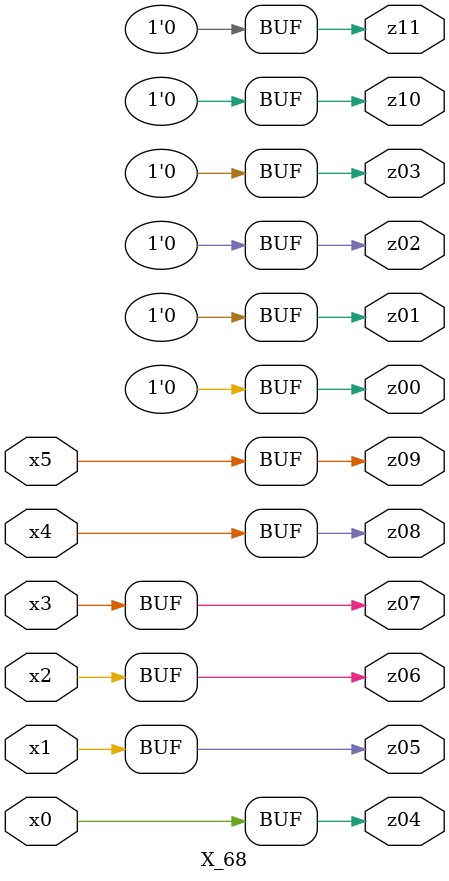
<source format=v>

module X_68 ( 
    x0, x1, x2, x3, x4, x5,
    z00, z01, z02, z03, z04, z05, z06, z07, z08, z09, z10, z11  );
  input  x0, x1, x2, x3, x4, x5;
  output z00, z01, z02, z03, z04, z05, z06, z07, z08, z09, z10, z11;
  assign z00 = 1'b0;
  assign z01 = 1'b0;
  assign z02 = 1'b0;
  assign z03 = 1'b0;
  assign z04 = x0;
  assign z05 = x1;
  assign z06 = x2;
  assign z07 = x3;
  assign z08 = x4;
  assign z09 = x5;
  assign z10 = 1'b0;
  assign z11 = 1'b0;
endmodule



</source>
